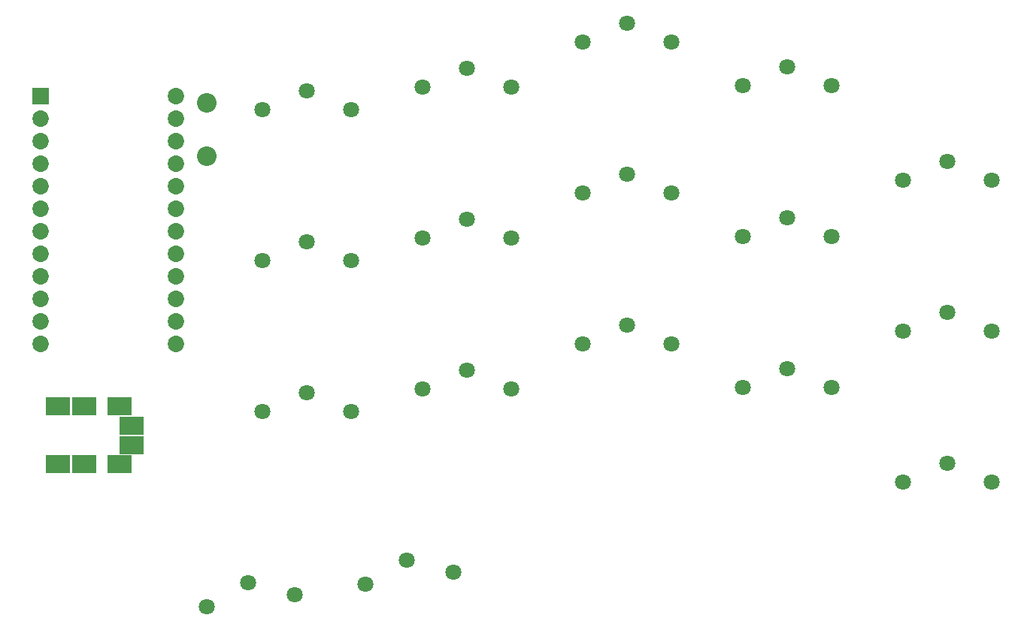
<source format=gts>
G04 Layer: TopSolderMaskLayer*
G04 EasyEDA v6.4.7, 2020-12-07T21:14:05+01:00*
G04 b914d488d3f24411b8e9a5840e5f031f,4d97e48eab474e129cc19cc013e78dee,10*
G04 Gerber Generator version 0.2*
G04 Scale: 100 percent, Rotated: No, Reflected: No *
G04 Dimensions in millimeters *
G04 leading zeros omitted , absolute positions ,3 integer and 3 decimal *
%FSLAX33Y33*%
%MOMM*%
G90*
D02*

%ADD22C,1.803197*%
%ADD23C,1.854200*%
%ADD26C,2.203196*%

%LPD*%
G54D22*
G01X31357Y14745D03*
G01X26113Y16130D03*
G01X21455Y13354D03*
G01X49264Y17285D03*
G01X44020Y18670D03*
G01X39362Y15894D03*
G01X109913Y27421D03*
G01X104912Y29522D03*
G01X99913Y27421D03*
G01X109913Y44439D03*
G01X104912Y46540D03*
G01X99913Y44439D03*
G01X109913Y61457D03*
G01X104912Y63558D03*
G01X99913Y61457D03*
G01X91879Y38089D03*
G01X86878Y40190D03*
G01X81879Y38089D03*
G01X73845Y43042D03*
G01X68844Y45143D03*
G01X63845Y43042D03*
G01X55811Y37962D03*
G01X50810Y40063D03*
G01X45811Y37962D03*
G01X37777Y35422D03*
G01X32776Y37523D03*
G01X27777Y35422D03*
G01X91879Y55107D03*
G01X86878Y57208D03*
G01X81879Y55107D03*
G01X73845Y60060D03*
G01X68844Y62161D03*
G01X63845Y60060D03*
G01X55811Y54980D03*
G01X50810Y57081D03*
G01X45811Y54980D03*
G01X37777Y52440D03*
G01X32776Y54541D03*
G01X27777Y52440D03*
G01X91879Y72125D03*
G01X86878Y74226D03*
G01X81879Y72125D03*
G01X73845Y77078D03*
G01X68844Y79179D03*
G01X63845Y77078D03*
G01X55811Y71998D03*
G01X50810Y74099D03*
G01X45811Y71998D03*
G01X37777Y69458D03*
G01X32776Y71559D03*
G01X27777Y69458D03*
G54D23*
G01X18044Y43053D03*
G01X18044Y45593D03*
G01X18044Y48133D03*
G01X18044Y50673D03*
G01X18044Y53213D03*
G01X18044Y55753D03*
G01X18044Y58293D03*
G01X18044Y60833D03*
G01X18044Y63373D03*
G01X18044Y65913D03*
G01X18044Y68453D03*
G01X18044Y70993D03*
G36*
G01X1877Y70065D02*
G01X1877Y71920D01*
G01X3731Y71920D01*
G01X3731Y70065D01*
G01X1877Y70065D01*
G37*
G01X2804Y68453D03*
G01X2804Y65913D03*
G01X2804Y63373D03*
G01X2804Y60833D03*
G01X2804Y58293D03*
G01X2804Y55753D03*
G01X2804Y53213D03*
G01X2804Y50673D03*
G01X2804Y48133D03*
G01X2804Y45593D03*
G01X2804Y43053D03*
G36*
G01X10332Y34980D02*
G01X10332Y36982D01*
G01X13035Y36982D01*
G01X13035Y34980D01*
G01X10332Y34980D01*
G37*
G36*
G01X6332Y34980D02*
G01X6332Y36982D01*
G01X9034Y36982D01*
G01X9034Y34980D01*
G01X6332Y34980D01*
G37*
G36*
G01X3332Y34980D02*
G01X3332Y36982D01*
G01X6035Y36982D01*
G01X6035Y34980D01*
G01X3332Y34980D01*
G37*
G36*
G01X11681Y30581D02*
G01X11681Y32583D01*
G01X14386Y32583D01*
G01X14386Y30581D01*
G01X11681Y30581D01*
G37*
G36*
G01X3332Y28481D02*
G01X3332Y30482D01*
G01X6035Y30482D01*
G01X6035Y28481D01*
G01X3332Y28481D01*
G37*
G36*
G01X6332Y28481D02*
G01X6332Y30482D01*
G01X9034Y30482D01*
G01X9034Y28481D01*
G01X6332Y28481D01*
G37*
G36*
G01X10332Y28481D02*
G01X10332Y30482D01*
G01X13035Y30482D01*
G01X13035Y28481D01*
G01X10332Y28481D01*
G37*
G36*
G01X11681Y32781D02*
G01X11681Y34782D01*
G01X14386Y34782D01*
G01X14386Y32781D01*
G01X11681Y32781D01*
G37*
G54D26*
G01X21473Y70182D03*
G01X21473Y64183D03*
M00*
M02*

</source>
